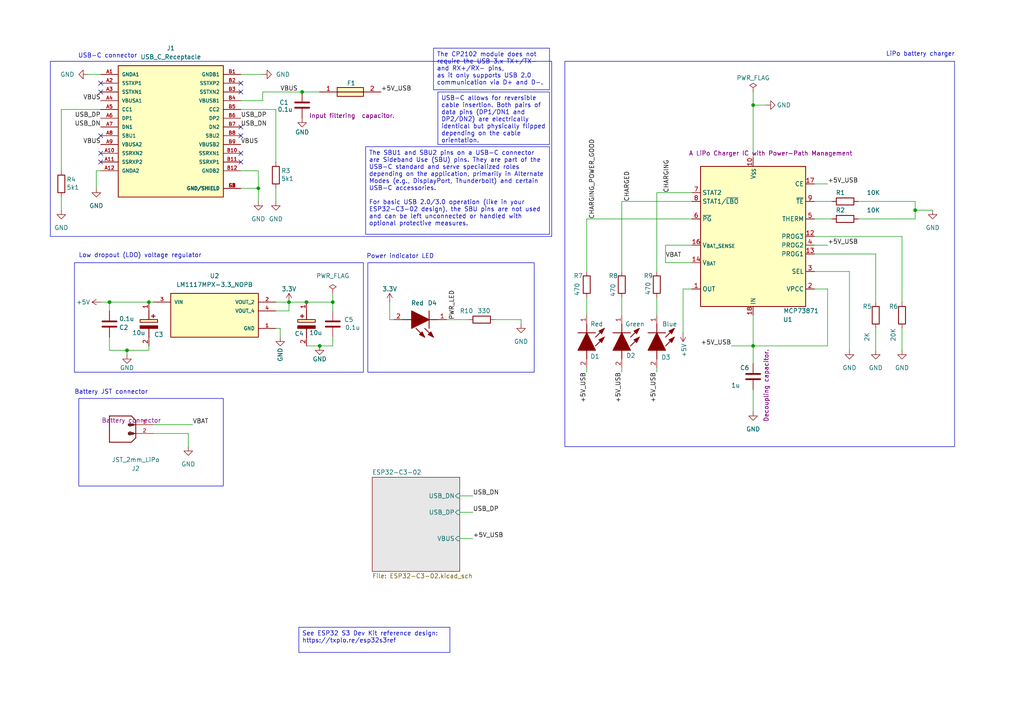
<source format=kicad_sch>
(kicad_sch (version 20231120) (generator "eeschema") (generator_version "8.0")
  (paper "A4")
  (title_block (title "ESP32 sensor board") (date "2024-11-22") (rev "1") (company "Tech Explorations") (comment 1 "Power and battery management"))
  (lib_symbols
    (symbol "B2B-PH-SM4-TB:B2B-PH-SM4-TB" (pin_names (offset 1.016))
      (property "Reference" "J" (at 0 6.35 0))
      (property "Value" "B2B-PH-SM4-TB" (at 0 -5.08 0))
      (symbol "B2B-PH-SM4-TB_0_0"
        (polyline (pts (xy 0 -1.27) (xy 1.27 -2.54)) (stroke (width 0.254)))
        (polyline (pts (xy 0 0) (xy 1.905 0)) (stroke (width 0.254)))
        (polyline (pts (xy 0 2.54) (xy 0 -1.27)) (stroke (width 0.254)))
        (polyline (pts (xy 0 2.54) (xy 1.905 2.54)) (stroke (width 0.254)))
        (polyline (pts (xy 0 3.81) (xy 0 2.54)) (stroke (width 0.254)))
        (polyline (pts (xy 0 3.81) (xy 1.27 5.08)) (stroke (width 0.254)))
        (polyline (pts (xy 1.27 -2.54) (xy 7.62 -2.54)) (stroke (width 0.254)))
        (polyline (pts (xy 7.62 -2.54) (xy 7.62 5.08)) (stroke (width 0.254)))
        (polyline (pts (xy 7.62 5.08) (xy 1.27 5.08)) (stroke (width 0.254)))
        (rectangle (start 0.635 -0.3175) (end 2.2225 0.3175) (stroke (width 0.1)) (fill (type outline)))
        (rectangle (start 0.635 2.2225) (end 2.2225 2.8575) (stroke (width 0.1)) (fill (type outline)))
        (pin passive line (at -5.08 2.54 0) (length 5.08) (name "1") (number "1"))
        (pin passive line (at -5.08 0 0) (length 5.08) (name "2") (number "2"))
      )
    )
    (symbol "Battery_Management:MCP73871"
      (property "Reference" "U" (at -7.62 24.13 0))
      (property "Value" "MCP73871" (at -15.24 21.59 0))
      (symbol "MCP73871_0_1"
        (rectangle (start -15.24 20.32) (end 15.24 -20.32) (stroke (width 0.254)) (fill (type background)))
      )
      (symbol "MCP73871_1_1"
        (pin power_out line (at 17.78 15.24 180) (length 2.54) (name "OUT") (number "1"))
        (pin power_in line (at 0 -22.86 90) (length 2.54) (name "V_{SS}") (number "10"))
        (pin passive line (at 0 -22.86 90) (length 2.54) hide (name "V_{SS}") (number "11"))
        (pin bidirectional line (at -17.78 0 0) (length 2.54) (name "PROG3") (number "12"))
        (pin bidirectional line (at -17.78 5.08 0) (length 2.54) (name "PROG1") (number "13"))
        (pin power_out line (at 17.78 7.62 180) (length 2.54) (name "V_{BAT}") (number "14"))
        (pin passive line (at 17.78 7.62 180) (length 2.54) hide (name "V_{BAT}") (number "15"))
        (pin input line (at 17.78 2.54 180) (length 2.54) (name "V_{BAT_SENSE}") (number "16"))
        (pin input line (at -17.78 -15.24 0) (length 2.54) (name "CE") (number "17"))
        (pin power_in line (at 0 22.86 270) (length 2.54) (name "IN") (number "18"))
        (pin passive line (at 0 22.86 270) (length 2.54) hide (name "IN") (number "19"))
        (pin input line (at -17.78 15.24 0) (length 2.54) (name "VPCC") (number "2"))
        (pin passive line (at 17.78 15.24 180) (length 2.54) hide (name "OUT") (number "20"))
        (pin passive line (at 0 -22.86 90) (length 2.54) hide (name "V_{SS}") (number "21"))
        (pin input line (at -17.78 10.16 0) (length 2.54) (name "SEL") (number "3"))
        (pin input line (at -17.78 2.54 0) (length 2.54) (name "PROG2") (number "4"))
        (pin bidirectional line (at -17.78 -5.08 0) (length 2.54) (name "THERM") (number "5"))
        (pin open_collector line (at 17.78 -5.08 180) (length 2.54) (name "~{PG}") (number "6"))
        (pin open_collector line (at 17.78 -12.7 180) (length 2.54) (name "STAT2") (number "7"))
        (pin open_collector line (at 17.78 -10.16 180) (length 2.54) (name "STAT1/~{LBO}") (number "8"))
        (pin input line (at -17.78 -10.16 0) (length 2.54) (name "~{TE}") (number "9"))
      )
    )
    (symbol "Device:R" (pin_numbers hide) (pin_names (offset 0))
      (property "Reference" "R" (at 2.032 0 90))
      (property "Value" "R" (at 0 0 90))
      (symbol "R_0_1"
        (rectangle (start -1.016 -2.54) (end 1.016 2.54) (stroke (width 0.254)))
      )
      (symbol "R_1_1"
        (pin passive line (at 0 3.81 270) (length 1.27) (name "~") (number "1"))
        (pin passive line (at 0 -3.81 90) (length 1.27) (name "~") (number "2"))
      )
    )
    (symbol "LM1117MPX-3.3_NOPB:LM1117MPX-3.3_NOPB" (pin_names (offset 1.016))
      (property "Reference" "VR" (at -12.7 6.08 0))
      (property "Value" "LM1117MPX-3.3_NOPB" (at -12.7 -9.08 0))
      (symbol "LM1117MPX-3.3_NOPB_0_0"
        (rectangle (start -12.7 -7.62) (end 12.7 5.08) (stroke (width 0.254)) (fill (type background)))
        (pin power_in line (at 17.78 -5.08 180) (length 5.08) (name "GND") (number "1"))
        (pin output line (at 17.78 2.54 180) (length 5.08) (name "VOUT_2") (number "2"))
        (pin input line (at -17.78 2.54 0) (length 5.08) (name "VIN") (number "3"))
        (pin output line (at 17.78 0 180) (length 5.08) (name "VOUT_4") (number "4"))
      )
    )
    (symbol "LTST-C170GKT:LTST-C170GKT" (pin_names hide)
      (property "Reference" "LED" (at 12.7 8.89 0))
      (property "Value" "LTST-C170GKT" (at 12.7 6.35 0))
      (symbol "LTST-C170GKT_1_1"
        (polyline (pts (xy 2.54 0) (xy 5.08 0)) (stroke (width 0.254)))
        (polyline (pts (xy 5.08 2.54) (xy 5.08 -2.54)) (stroke (width 0.254)))
        (polyline (pts (xy 6.35 2.54) (xy 3.81 5.08)) (stroke (width 0.254)))
        (polyline (pts (xy 8.89 2.54) (xy 6.35 5.08)) (stroke (width 0.254)))
        (polyline (pts (xy 10.16 0) (xy 12.7 0)) (stroke (width 0.254)))
        (polyline (pts (xy 5.08 0) (xy 10.16 2.54) (xy 10.16 -2.54) (xy 5.08 0)) (stroke (width 0.254)) (fill (type outline)))
        (polyline (pts (xy 5.334 4.318) (xy 4.572 3.556) (xy 3.81 5.08) (xy 5.334 4.318)) (stroke (width 0.254)) (fill (type outline)))
        (polyline (pts (xy 7.874 4.318) (xy 7.112 3.556) (xy 6.35 5.08) (xy 7.874 4.318)) (stroke (width 0.254)) (fill (type outline)))
        (pin passive line (at 0 0 0) (length 2.54) (name "K") (number "1"))
        (pin passive line (at 15.24 0 180) (length 2.54) (name "A") (number "2"))
      )
    )
    (symbol "LTST-C170KRKT:LTST-C170KRKT" (pin_names hide)
      (property "Reference" "LED" (at 12.7 8.89 0))
      (property "Value" "LTST-C170KRKT" (at 12.7 6.35 0))
      (symbol "LTST-C170KRKT_1_1"
        (polyline (pts (xy 2.54 0) (xy 5.08 0)) (stroke (width 0.254)))
        (polyline (pts (xy 5.08 2.54) (xy 5.08 -2.54)) (stroke (width 0.254)))
        (polyline (pts (xy 6.35 2.54) (xy 3.81 5.08)) (stroke (width 0.254)))
        (polyline (pts (xy 8.89 2.54) (xy 6.35 5.08)) (stroke (width 0.254)))
        (polyline (pts (xy 10.16 0) (xy 12.7 0)) (stroke (width 0.254)))
        (polyline (pts (xy 5.08 0) (xy 10.16 2.54) (xy 10.16 -2.54) (xy 5.08 0)) (stroke (width 0.254)) (fill (type outline)))
        (polyline (pts (xy 5.334 4.318) (xy 4.572 3.556) (xy 3.81 5.08) (xy 5.334 4.318)) (stroke (width 0.254)) (fill (type outline)))
        (polyline (pts (xy 7.874 4.318) (xy 7.112 3.556) (xy 6.35 5.08) (xy 7.874 4.318)) (stroke (width 0.254)) (fill (type outline)))
        (pin passive line (at 0 0 0) (length 2.54) (name "K") (number "1"))
        (pin passive line (at 15.24 0 180) (length 2.54) (name "A") (number "2"))
      )
    )
    (symbol "LTST-C170TBKT:LTST-C170TBKT" (pin_names hide)
      (property "Reference" "LED" (at 12.7 8.89 0))
      (property "Value" "LTST-C170TBKT" (at 12.7 6.35 0))
      (symbol "LTST-C170TBKT_1_1"
        (polyline (pts (xy 2.54 0) (xy 5.08 0)) (stroke (width 0.254)))
        (polyline (pts (xy 5.08 2.54) (xy 5.08 -2.54)) (stroke (width 0.254)))
        (polyline (pts (xy 6.35 2.54) (xy 3.81 5.08)) (stroke (width 0.254)))
        (polyline (pts (xy 8.89 2.54) (xy 6.35 5.08)) (stroke (width 0.254)))
        (polyline (pts (xy 10.16 0) (xy 12.7 0)) (stroke (width 0.254)))
        (polyline (pts (xy 5.08 0) (xy 10.16 2.54) (xy 10.16 -2.54) (xy 5.08 0)) (stroke (width 0.254)) (fill (type outline)))
        (polyline (pts (xy 5.334 4.318) (xy 4.572 3.556) (xy 3.81 5.08) (xy 5.334 4.318)) (stroke (width 0.254)) (fill (type outline)))
        (polyline (pts (xy 7.874 4.318) (xy 7.112 3.556) (xy 6.35 5.08) (xy 7.874 4.318)) (stroke (width 0.254)) (fill (type outline)))
        (pin passive line (at 0 0 0) (length 2.54) (name "K") (number "1"))
        (pin passive line (at 15.24 0 180) (length 2.54) (name "A") (number "2"))
      )
    )
    (symbol "SS-52400-002:SS-52400-002" (pin_names (offset 1.016))
      (property "Reference" "J" (at -15.24 19.05 0))
      (property "Value" "SS-52400-002" (at -15.24 -22.86 0))
      (symbol "SS-52400-002_0_0"
        (rectangle (start -15.24 -20.32) (end 15.24 17.78) (stroke (width 0.254)) (fill (type background)))
        (pin power_in line (at -20.32 15.24 0) (length 5.08) (name "GNDA1") (number "A1"))
        (pin bidirectional line (at -20.32 -7.62 0) (length 5.08) (name "SSRXN2") (number "A10"))
        (pin bidirectional line (at -20.32 -10.16 0) (length 5.08) (name "SSRXP2") (number "A11"))
        (pin power_in line (at -20.32 -12.7 0) (length 5.08) (name "GNDA2") (number "A12"))
        (pin bidirectional line (at -20.32 12.7 0) (length 5.08) (name "SSTXP1") (number "A2"))
        (pin bidirectional line (at -20.32 10.16 0) (length 5.08) (name "SSTXN1") (number "A3"))
        (pin power_in line (at -20.32 7.62 0) (length 5.08) (name "VBUSA1") (number "A4"))
        (pin bidirectional line (at -20.32 5.08 0) (length 5.08) (name "CC1") (number "A5"))
        (pin bidirectional line (at -20.32 2.54 0) (length 5.08) (name "DP1") (number "A6"))
        (pin bidirectional line (at -20.32 0 0) (length 5.08) (name "DN1") (number "A7"))
        (pin bidirectional line (at -20.32 -2.54 0) (length 5.08) (name "SBU1") (number "A8"))
        (pin power_in line (at -20.32 -5.08 0) (length 5.08) (name "VBUSA2") (number "A9"))
        (pin power_in line (at 20.32 15.24 180) (length 5.08) (name "GNDB1") (number "B1"))
        (pin bidirectional line (at 20.32 -7.62 180) (length 5.08) (name "SSRXN1") (number "B10"))
        (pin bidirectional line (at 20.32 -10.16 180) (length 5.08) (name "SSRXP1") (number "B11"))
        (pin power_in line (at 20.32 -12.7 180) (length 5.08) (name "GNDB2") (number "B12"))
        (pin bidirectional line (at 20.32 12.7 180) (length 5.08) (name "SSTXP2") (number "B2"))
        (pin bidirectional line (at 20.32 10.16 180) (length 5.08) (name "SSTXN2") (number "B3"))
        (pin power_in line (at 20.32 7.62 180) (length 5.08) (name "VBUSB1") (number "B4"))
        (pin bidirectional line (at 20.32 5.08 180) (length 5.08) (name "CC2") (number "B5"))
        (pin bidirectional line (at 20.32 2.54 180) (length 5.08) (name "DP2") (number "B6"))
        (pin bidirectional line (at 20.32 0 180) (length 5.08) (name "DN2") (number "B7"))
        (pin bidirectional line (at 20.32 -2.54 180) (length 5.08) (name "SBU2") (number "B8"))
        (pin power_in line (at 20.32 -5.08 180) (length 5.08) (name "VBUSB2") (number "B9"))
        (pin power_in line (at 20.32 -17.78 180) (length 5.08) (name "GND/SHIELD") (number "G1"))
        (pin power_in line (at 20.32 -17.78 180) (length 5.08) (name "GND/SHIELD") (number "G2"))
        (pin power_in line (at 20.32 -17.78 180) (length 5.08) (name "GND/SHIELD") (number "G3"))
        (pin power_in line (at 20.32 -17.78 180) (length 5.08) (name "GND/SHIELD") (number "G4"))
        (pin power_in line (at 20.32 -17.78 180) (length 5.08) (name "GND/SHIELD") (number "S1"))
        (pin power_in line (at 20.32 -17.78 180) (length 5.08) (name "GND/SHIELD") (number "S2"))
        (pin power_in line (at 20.32 -17.78 180) (length 5.08) (name "GND/SHIELD") (number "S3"))
        (pin power_in line (at 20.32 -17.78 180) (length 5.08) (name "GND/SHIELD") (number "S4"))
      )
    )
    (symbol "SamacSys_Parts:0ZCH0110AF2E" (pin_names hide)
      (property "Reference" "F" (at 13.97 6.35 0))
      (property "Value" "0ZCH0110AF2E" (at 13.97 3.81 0))
      (symbol "0ZCH0110AF2E_1_1"
        (polyline (pts (xy 5.08 0) (xy 12.7 0)) (stroke (width 0.254)))
        (rectangle (start 5.08 1.27) (end 12.7 -1.27) (stroke (width 0.254)) (fill (type background)))
        (pin passive line (at 0 0 0) (length 5.08) (name "1") (number "1"))
        (pin passive line (at 17.78 0 180) (length 5.08) (name "2") (number "2"))
      )
    )
    (symbol "SparkFun-Capacitor:C" (pin_numbers hide) (pin_names (offset 0.254))
      (property "Reference" "C" (at 0.635 2.54 0))
      (property "Value" "C" (at 0.635 -2.54 0))
      (property "Voltage" "1kV" (at 0 -6.35 0))
      (property "Tolerance" "100%" (at 0 -8.89 0))
      (symbol "C_0_1"
        (polyline (pts (xy -2.032 -0.762) (xy 2.032 -0.762)) (stroke (width 0.508)))
        (polyline (pts (xy -2.032 0.762) (xy 2.032 0.762)) (stroke (width 0.508)))
      )
      (symbol "C_1_1"
        (pin passive line (at 0 3.81 270) (length 2.794) (name "~") (number "1"))
        (pin passive line (at 0 -3.81 90) (length 2.794) (name "~") (number "2"))
      )
    )
    (symbol "SparkFun-PowerSymbol:3.3V" (power) (pin_names (offset 0))
      (property "Value" "3.3V" (at 0 3.81 0))
      (symbol "3.3V_0_1"
        (polyline (pts (xy -0.762 1.27) (xy 0 2.54)))
        (polyline (pts (xy 0 0) (xy 0 2.54)))
        (polyline (pts (xy 0 2.54) (xy 0.762 1.27)))
      )
      (symbol "3.3V_1_1"
        (pin power_in line (at 0 0 90) (length 0) hide (name "3.3V") (number "1"))
      )
    )
    (symbol "T491A106K010AT7280:T491A106K010AT7280" (pin_names hide)
      (property "Reference" "C" (at 8.89 6.35 0))
      (property "Value" "T491A106K010AT7280" (at 8.89 3.81 0))
      (symbol "T491A106K010AT7280_1_1"
        (polyline (pts (xy 2.54 0) (xy 5.08 0)) (stroke (width 0.254)))
        (polyline (pts (xy 4.064 1.778) (xy 4.064 0.762)) (stroke (width 0.254)))
        (polyline (pts (xy 4.572 1.27) (xy 3.556 1.27)) (stroke (width 0.254)))
        (polyline (pts (xy 7.62 0) (xy 10.16 0)) (stroke (width 0.254)))
        (polyline (pts (xy 7.62 2.54) (xy 7.62 -2.54) (xy 6.858 -2.54) (xy 6.858 2.54) (xy 7.62 2.54)) (stroke (width 0.254)) (fill (type outline)))
        (rectangle (start 5.08 2.54) (end 5.842 -2.54) (stroke (width 0.254)) (fill (type background)))
        (pin passive line (at 0 0 0) (length 2.54) (name "+") (number "1"))
        (pin passive line (at 12.7 0 180) (length 2.54) (name "-") (number "2"))
      )
    )
    (symbol "power:+5V" (power) (pin_numbers hide) (pin_names (offset 0) hide)
      (property "Value" "+5V" (at 0 3.556 0))
      (symbol "+5V_0_1"
        (polyline (pts (xy -0.762 1.27) (xy 0 2.54)))
        (polyline (pts (xy 0 0) (xy 0 2.54)))
        (polyline (pts (xy 0 2.54) (xy 0.762 1.27)))
      )
      (symbol "+5V_1_1"
        (pin power_in line (at 0 0 90) (length 0) (name "~") (number "1"))
      )
    )
    (symbol "power:GND" (power) (pin_names (offset 0))
      (property "Value" "GND" (at 0 -3.81 0))
      (symbol "GND_0_1"
        (polyline (pts (xy 0 0) (xy 0 -1.27) (xy 1.27 -1.27) (xy 0 -2.54) (xy -1.27 -1.27) (xy 0 -1.27)))
      )
      (symbol "GND_1_1"
        (pin power_in line (at 0 0 270) (length 0) hide (name "GND") (number "1"))
      )
    )
    (symbol "power:PWR_FLAG" (power) (pin_numbers hide) (pin_names (offset 0) hide)
      (property "Value" "PWR_FLAG" (at 0 3.81 0))
      (symbol "PWR_FLAG_0_0"
        (pin power_out line (at 0 0 90) (length 0) (name "pwr") (number "1"))
      )
      (symbol "PWR_FLAG_0_1"
        (polyline (pts (xy 0 0) (xy 0 1.27) (xy -1.016 1.905) (xy 0 2.54) (xy 1.016 1.905) (xy 0 1.27)))
      )
    )
  )
  (junction (at 92.71 100.33))
  (junction (at 36.83 101.6))
  (junction (at 218.44 100.33))
  (junction (at 265.43 60.96))
  (junction (at 87.63 26.67))
  (junction (at 88.9 87.63))
  (junction (at 218.44 30.48))
  (junction (at 43.18 87.63))
  (junction (at 96.52 87.63))
  (junction (at 31.75 87.63))
  (junction (at 83.82 87.63))
  (junction (at 74.93 54.61))
  (no_connect (at 29.21 39.37))
  (no_connect (at 29.21 24.13))
  (no_connect (at 69.85 26.67))
  (no_connect (at 69.85 44.45))
  (no_connect (at 69.85 46.99))
  (no_connect (at 69.85 39.37))
  (no_connect (at 29.21 46.99))
  (no_connect (at 69.85 36.83))
  (no_connect (at 29.21 44.45))
  (no_connect (at 69.85 24.13))
  (no_connect (at 29.21 26.67))
  (wire (pts (xy 133.35 143.8275) (xy 137.16 143.8275)))
  (wire (pts (xy 27.94 49.53) (xy 27.94 54.61)))
  (wire (pts (xy 74.93 54.61) (xy 74.93 58.42)))
  (wire (pts (xy 69.85 49.53) (xy 74.93 49.53)))
  (wire (pts (xy 76.2 26.67) (xy 76.2 29.21)))
  (wire (pts (xy 236.22 73.66) (xy 254 73.66)))
  (wire (pts (xy 129.54 92.71) (xy 135.89 92.71)))
  (wire (pts (xy 218.44 100.33) (xy 218.44 105.41)))
  (wire (pts (xy 69.85 21.59) (xy 76.2 21.59)))
  (wire (pts (xy 133.35 148.59) (xy 137.16 148.59)))
  (wire (pts (xy 43.18 100.33) (xy 43.18 101.6)))
  (wire (pts (xy 222.25 30.48) (xy 218.44 30.48)))
  (wire (pts (xy 31.75 101.6) (xy 31.75 97.79)))
  (wire (pts (xy 151.13 92.71) (xy 151.13 93.98)))
  (wire (pts (xy 261.62 87.63) (xy 261.62 68.58)))
  (wire (pts (xy 76.2 29.21) (xy 69.85 29.21)))
  (wire (pts (xy 240.03 71.12) (xy 236.22 71.12)))
  (wire (pts (xy 80.01 31.75) (xy 80.01 46.99)))
  (wire (pts (xy 36.83 101.6) (xy 43.18 101.6)))
  (wire (pts (xy 218.44 113.03) (xy 218.44 119.38)))
  (wire (pts (xy 25.4 21.59) (xy 29.21 21.59)))
  (wire (pts (xy 113.03 92.71) (xy 113.03 87.63)))
  (wire (pts (xy 218.44 91.44) (xy 218.44 100.33)))
  (wire (pts (xy 29.21 31.75) (xy 17.78 31.75)))
  (wire (pts (xy 113.03 92.71) (xy 114.3 92.71)))
  (wire (pts (xy 170.18 63.5) (xy 200.66 63.5)))
  (wire (pts (xy 261.62 95.25) (xy 261.62 101.6)))
  (wire (pts (xy 218.44 26.67) (xy 218.44 30.48)))
  (wire (pts (xy 29.21 49.53) (xy 27.94 49.53)))
  (wire (pts (xy 69.85 31.75) (xy 80.01 31.75)))
  (wire (pts (xy 17.78 57.15) (xy 17.78 60.96)))
  (wire (pts (xy 246.38 78.74) (xy 246.38 101.6)))
  (wire (pts (xy 190.5 86.36) (xy 190.5 91.44)))
  (wire (pts (xy 31.75 90.17) (xy 31.75 87.63)))
  (wire (pts (xy 193.04 71.12) (xy 193.04 76.2)))
  (wire (pts (xy 198.12 83.82) (xy 198.12 96.52)))
  (wire (pts (xy 69.85 54.61) (xy 74.93 54.61)))
  (wire (pts (xy 180.34 58.42) (xy 200.66 58.42)))
  (wire (pts (xy 17.78 31.75) (xy 17.78 49.53)))
  (wire (pts (xy 43.18 87.63) (xy 44.45 87.63)))
  (wire (pts (xy 31.75 101.6) (xy 36.83 101.6)))
  (wire (pts (xy 240.03 83.82) (xy 240.03 100.33)))
  (wire (pts (xy 87.63 26.67) (xy 92.71 26.67)))
  (wire (pts (xy 236.22 83.82) (xy 240.03 83.82)))
  (wire (pts (xy 270.51 60.96) (xy 265.43 60.96)))
  (wire (pts (xy 236.22 63.5) (xy 241.3 63.5)))
  (wire (pts (xy 92.71 100.33) (xy 96.52 100.33)))
  (wire (pts (xy 80.01 54.61) (xy 80.01 58.42)))
  (wire (pts (xy 133.35 156.21) (xy 137.16 156.21)))
  (wire (pts (xy 83.82 87.63) (xy 88.9 87.63)))
  (wire (pts (xy 88.9 87.63) (xy 96.52 87.63)))
  (wire (pts (xy 80.01 90.17) (xy 83.82 90.17)))
  (wire (pts (xy 143.51 92.71) (xy 151.13 92.71)))
  (wire (pts (xy 44.45 125.73) (xy 54.61 125.73)))
  (wire (pts (xy 180.34 58.42) (xy 180.34 78.74)))
  (wire (pts (xy 96.52 100.33) (xy 96.52 97.79)))
  (wire (pts (xy 254 73.66) (xy 254 87.63)))
  (wire (pts (xy 88.9 100.33) (xy 92.71 100.33)))
  (wire (pts (xy 44.45 123.19) (xy 55.88 123.19)))
  (wire (pts (xy 240.03 53.34) (xy 236.22 53.34)))
  (wire (pts (xy 265.43 60.96) (xy 265.43 63.5)))
  (wire (pts (xy 236.22 58.42) (xy 241.3 58.42)))
  (wire (pts (xy 193.04 71.12) (xy 200.66 71.12)))
  (wire (pts (xy 180.34 86.36) (xy 180.34 91.44)))
  (wire (pts (xy 248.92 63.5) (xy 265.43 63.5)))
  (wire (pts (xy 81.28 95.25) (xy 81.28 97.79)))
  (wire (pts (xy 254 95.25) (xy 254 101.6)))
  (wire (pts (xy 218.44 30.48) (xy 218.44 45.72)))
  (wire (pts (xy 265.43 58.42) (xy 265.43 60.96)))
  (wire (pts (xy 261.62 68.58) (xy 236.22 68.58)))
  (wire (pts (xy 200.66 76.2) (xy 193.04 76.2)))
  (wire (pts (xy 218.44 100.33) (xy 240.03 100.33)))
  (wire (pts (xy 190.5 106.68) (xy 190.5 107.95)))
  (wire (pts (xy 83.82 90.17) (xy 83.82 87.63)))
  (wire (pts (xy 212.09 100.33) (xy 218.44 100.33)))
  (wire (pts (xy 80.01 95.25) (xy 81.28 95.25)))
  (wire (pts (xy 96.52 85.09) (xy 96.52 87.63)))
  (wire (pts (xy 170.18 106.68) (xy 170.18 107.95)))
  (wire (pts (xy 200.66 55.88) (xy 190.5 55.88)))
  (wire (pts (xy 200.66 83.82) (xy 198.12 83.82)))
  (wire (pts (xy 76.2 26.67) (xy 87.63 26.67)))
  (wire (pts (xy 36.83 102.87) (xy 36.83 101.6)))
  (wire (pts (xy 80.01 87.63) (xy 83.82 87.63)))
  (wire (pts (xy 170.18 86.36) (xy 170.18 91.44)))
  (wire (pts (xy 170.18 78.74) (xy 170.18 63.5)))
  (wire (pts (xy 31.75 87.63) (xy 43.18 87.63)))
  (wire (pts (xy 236.22 78.74) (xy 246.38 78.74)))
  (wire (pts (xy 180.34 106.68) (xy 180.34 107.95)))
  (wire (pts (xy 190.5 55.88) (xy 190.5 78.74)))
  (wire (pts (xy 54.61 125.73) (xy 54.61 129.54)))
  (wire (pts (xy 96.52 90.17) (xy 96.52 87.63)))
  (wire (pts (xy 74.93 49.53) (xy 74.93 54.61)))
  (wire (pts (xy 248.92 58.42) (xy 265.43 58.42)))
  (wire (pts (xy 29.21 87.63) (xy 31.75 87.63)))
  (rectangle (start 22.86 115.57) (end 64.77 140.97))
  (rectangle (start 163.83 17.78) (end 276.86 129.54))
  (rectangle (start 21.59 76.2) (end 105.41 107.95))
  (rectangle (start 14.605 17.78) (end 160.02 68.58))
  (rectangle (start 106.68 76.2) (end 154.94 107.95))
  (text_box "The CP2102 module does not require the USB 3.x TX+/TX- and RX+/RX- pins, \nas it only supports USB 2.0 communication via D+ and D-." (at 125.73 13.97 0) (size 33.655 12.065) (effects (font (size 1.27 1.27)) (justify left top)))
  (text_box "See ESP32 S3 Dev Kit reference design:\nhttps://txplo.re/esp32s3ref" (at 86.6775 181.9275 0) (size 43.815 7.3025) (effects (font (size 1.27 1.27)) (justify left top)))
  (text_box "The SBU1 and SBU2 pins on a USB-C connector are Sideband Use (SBU) pins. They are part of the USB-C standard and serve specialized roles depending on the application, primarily in Alternate Modes (e.g., DisplayPort, Thunderbolt) and certain USB-C accessories.\n\nFor basic USB 2.0/3.0 operation (like in your ESP32-C3-02 design), the SBU pins are not used and can be left unconnected or handled with optional protective measures." (exclude_from_sim yes) (at 106.045 42.545 0) (size 53.34 25.4) (effects (font (size 1.27 1.27)) (justify left top)))
  (text_box "USB-C allows for reversible cable insertion. Both pairs of data pins (DP1/DN1 and DP2/DN2) are electrically identical but physically flipped depending on the cable orientation." (at 127 26.67 0) (size 32.385 15.24) (effects (font (size 1.27 1.27)) (justify left top)))
  (text "USB-C connector" (at 31.242 16.256 0) (effects (font (size 1.27 1.27))))
  (text "LiPo battery charger" (at 266.954 15.748 0) (effects (font (size 1.27 1.27))))
  (text "Power indicator LED" (at 116.078 74.422 0) (effects (font (size 1.27 1.27))))
  (text "Low dropout (LDO) voltage regulator" (at 40.64 74.168 0) (effects (font (size 1.27 1.27))))
  (text "Battery JST connector" (at 32.258 113.792 0) (effects (font (size 1.27 1.27))))
  (label "VBUS" (at 29.21 41.91 180))
  (label "VBAT" (at 55.88 123.19 0))
  (label "CHARGING_POWER_GOOD" (at 172.72 63.5 90))
  (label "VBUS" (at 29.21 29.21 180))
  (label "+5V_USB" (at 180.34 107.95 270))
  (label "USB_DN" (at 29.21 36.83 180))
  (label "+5V_USB" (at 240.03 53.34 0))
  (label "USB_DP" (at 137.16 148.59 0))
  (label "PWR_LED" (at 132.08 92.71 90))
  (label "USB_DP" (at 29.21 34.29 180))
  (label "CHARGING" (at 194.31 55.88 90))
  (label "+5V_USB" (at 240.03 71.12 0))
  (label "CHARGED" (at 182.88 58.42 90))
  (label "+5V_USB" (at 212.09 100.33 180))
  (label "VBUS" (at 69.85 41.91 0))
  (label "VBUS" (at 81.28 26.67 0))
  (label "+5V_USB" (at 110.49 26.67 0))
  (label "+5V_USB" (at 137.16 156.21 0))
  (label "USB_DN" (at 137.16 143.8275 0))
  (label "+5V_USB" (at 170.18 107.95 270))
  (label "VBAT" (at 193.04 74.93 0))
  (label "USB_DN" (at 69.85 36.83 0))
  (label "+5V_USB" (at 190.5 107.95 270))
  (label "USB_DP" (at 69.85 34.29 0))
  (symbol (lib_id "T491A106K010AT7280:T491A106K010AT7280") (at 88.9 87.63 90) (mirror x) (unit 1)
    (property "Reference" "C4" (at 88.138 96.774 90) (effects (justify left)))
    (property "Value" "10u" (at 93.472 96.52 90) (effects (justify left)))
    (property "Footprint" "Footprints:T491A" (effects (hide yes)))
    (property "Datasheet" "https://content.kemet.com/datasheets/KEM_T2005_T491.pdf" (effects (hide yes)))
    (property "Description" "T491, Tantalum, MnO2 Tantalum, Commercial Grade, 10 uF, 10%, 10 VDC, 125C, -55C, 85C, SMD, MnO2, Molded, 6 % , 3.8 Ohms, 1000 nA, 58.6 mg, 3216, 1.6mm, Height Max = 1.8mm, 9000, 156  Weeks" (effects (hide yes)))
    (property "PROD_ID" "CAP-00000" (effects (hide yes)))
    (property "Voltage" "1kV" (effects (hide yes)))
    (property "Tolerance" "100%" (effects (hide yes)))
    (property "Purpose" "Output filtering  capacitor." (effects (hide yes)))
    (property "Manufacturer_Part_Number" "T491A106K010AT7280" (effects (hide yes)))
    (property "Height" "1.8" (effects (hide yes)))
    (property "Manufacturer_Name" "KEMET" (effects (hide yes)))
    (property "Mouser Part Number" "80-T491A106K107280" (effects (hide yes)))
    (property "Mouser Price/Stock" "https://www.mouser.co.uk/ProductDetail/KEMET/T491A106K010AT7280?qs=HIKTYMuL%252B9NxijI%252BZuzkYQ%3D%3D" (effects (hide yes)))
    (property "Arrow Part Number" "T491A106K010AT7280" (effects (hide yes)))
    (property "Arrow Price/Stock" "https://www.arrow.com/en/products/t491a106k010at7280/kemet-corporation?region=nac" (effects (hide yes)))
  )
  (symbol (lib_id "Device:R") (at 254 91.44 0) (unit 1)
    (property "Reference" "R5" (at 250.19 88.9 0) (effects (justify left)))
    (property "Value" "2K" (at 251.46 99.06 90) (effects (justify left)))
    (property "Footprint" "Resistor_SMD:R_0805_2012Metric" (effects (hide yes)))
    (property "Description" "Resistor" (effects (hide yes)))
    (property "Purpose" "Charge Current Regulator" (effects (hide yes)))
    (property "Instructions and notes" "A 2 kΩ resistor will result in a 500 mA charge current. **Calculation**: IREG=1000 VRPROG1I_{REG} = \\frac{1000\\ \\text{V}}{R_{PROG1}}" (effects (hide yes)))
    (property "PACKAGE" "0805 " (effects (hide yes)))
  )
  (symbol (lib_id "Device:R") (at 245.11 63.5 90) (unit 1)
    (property "Reference" "R2" (at 245.11 60.96 90) (effects (justify left)))
    (property "Value" "10K" (at 255.27 60.96 90) (effects (justify left)))
    (property "Footprint" "Resistor_SMD:R_0805_2012Metric" (effects (hide yes)))
    (property "Description" "Resistor" (effects (hide yes)))
    (property "Purpose" "Pull down resistor" (effects (hide yes)))
    (property "Instructions and notes" "I use a fixed resistor to disable temperature monitoring. If you want, replace this resistor with a 10 KOhm NTC thermistor." (effects (hide yes)))
    (property "PACKAGE" "0805" (effects (hide yes)))
  )
  (symbol (lib_id "Device:R") (at 170.18 82.55 0) (unit 1)
    (property "Reference" "R7" (at 166.37 80.01 0) (effects (justify left)))
    (property "Value" "470" (at 167.386 85.852 90) (effects (justify left)))
    (property "Footprint" "Resistor_SMD:R_0805_2012Metric" (effects (hide yes)))
    (property "Description" "Resistor" (effects (hide yes)))
    (property "Purpose" "Current limiting" (effects (hide yes)))
    (property "PACKAGE" "0805 " (effects (hide yes)))
  )
  (symbol (lib_id "LTST-C170KRKT:LTST-C170KRKT") (at 129.54 92.71 180) (unit 1)
    (property "Reference" "D4" (at 126.746 87.884 0) (effects (justify left)))
    (property "Value" "Red" (at 122.936 87.884 0) (effects (justify left)))
    (property "Footprint" "Footprints:LEDC2012X120N" (effects (hide yes)))
    (property "Datasheet" "https://componentsearchengine.com/Datasheets/1/LTST-C170KRKT.pdf" (effects (hide yes)))
    (property "Description" "Standard LEDs - SMD Red Clear 631nm" (effects (hide yes)))
    (property "PROD_ID" "DIO-17976" (effects (hide yes)))
    (property "Comments" "Download from https://componentsearchengine.com/part-view/LTST-C170KRKT/Lite-On" (effects (hide yes)))
    (property "Height" "1.2" (effects (hide yes)))
    (property "Manufacturer_Name" "Lite-On" (effects (hide yes)))
    (property "Manufacturer_Part_Number" "LTST-C170KRKT" (effects (hide yes)))
    (property "Mouser Part Number" "859-LTST-C170KRKT" (effects (hide yes)))
    (property "Mouser Price/Stock" "https://www.mouser.co.uk/ProductDetail/Lite-On/LTST-C170KRKT?qs=NUb82WqeCyrVOID%2Fxt4rgA%3D%3D" (effects (hide yes)))
    (property "Arrow Part Number" "LTST-C170KRKT" (effects (hide yes)))
    (property "Arrow Price/Stock" "https://www.arrow.com/en/products/ltst-c170krkt/lite-on-technology?utm_currency=USD&region=nac" (effects (hide yes)))
  )
  (symbol (lib_id "SparkFun-PowerSymbol:3.3V") (at 113.03 87.63 0) (unit 1)
    (property "Reference" "#PWR016" (effects (hide yes)))
    (property "Value" "3.3V" (at 113.03 83.82 0))
    (property "Description" "Power symbol creates a global label with name \"3.3V\"" (effects (hide yes)))
  )
  (symbol (lib_id "power:GND") (at 254 101.6 0) (unit 1)
    (property "Reference" "#PWR012" (effects (hide yes)))
    (property "Value" "GND" (at 254 106.68 0))
    (property "Description" "Power symbol creates a global label with name \"GND\" , ground" (effects (hide yes)))
  )
  (symbol (lib_id "power:GND") (at 151.13 93.98 0) (unit 1)
    (property "Reference" "#PWR017" (effects (hide yes)))
    (property "Value" "GND" (at 151.13 99.06 0))
    (property "Description" "Power symbol creates a global label with name \"GND\" , ground" (effects (hide yes)))
  )
  (symbol (lib_id "power:+5V") (at 198.12 96.52 180) (unit 1)
    (property "Reference" "#PWR06" (effects (hide yes)))
    (property "Value" "+5V" (at 198.374 99.568 90) (effects (justify left)))
    (property "Description" "Power symbol creates a global label with name \"+5V\"" (effects (hide yes)))
  )
  (symbol (lib_id "power:GND") (at 222.25 30.48 90) (unit 1)
    (property "Reference" "#PWR01" (effects (hide yes)))
    (property "Value" "GND" (at 225.298 30.48 90) (effects (justify right)))
    (property "Description" "Power symbol creates a global label with name \"GND\" , ground" (effects (hide yes)))
  )
  (symbol (lib_id "Device:R") (at 80.01 50.8 0) (unit 1)
    (property "Reference" "R3" (at 81.534 49.53 0) (effects (justify left)))
    (property "Value" "5k1" (at 81.534 51.816 0) (effects (justify left)))
    (property "Footprint" "Resistor_SMD:R_0805_2012Metric" (effects (hide yes)))
    (property "Description" "Resistor" (effects (hide yes)))
    (property "Purpose" "Current limiting" (effects (hide yes)))
    (property "PACKAGE" "0805 " (effects (hide yes)))
  )
  (symbol (lib_id "power:GND") (at 92.71 100.33 0) (unit 1)
    (property "Reference" "#PWR010" (effects (hide yes)))
    (property "Value" "GND" (at 92.71 104.14 0))
    (property "Description" "Power symbol creates a global label with name \"GND\" , ground" (effects (hide yes)))
  )
  (symbol (lib_id "Device:R") (at 139.7 92.71 270) (unit 1)
    (property "Reference" "R10" (at 133.35 90.17 90) (effects (justify left)))
    (property "Value" "330" (at 138.43 90.17 90) (effects (justify left)))
    (property "Footprint" "Resistor_SMD:R_0805_2012Metric" (effects (hide yes)))
    (property "Description" "Resistor" (effects (hide yes)))
    (property "Purpose" "Current limiting" (effects (hide yes)))
    (property "PACKAGE" "0805 " (effects (hide yes)))
  )
  (symbol (lib_id "power:GND") (at 87.63 34.29 0) (unit 1)
    (property "Reference" "#PWR03" (effects (hide yes)))
    (property "Value" "GND" (at 87.63 38.354 0))
    (property "Description" "Power symbol creates a global label with name \"GND\" , ground" (effects (hide yes)))
  )
  (symbol (lib_id "power:GND") (at 27.94 54.61 0) (unit 1)
    (property "Reference" "#PWR043" (effects (hide yes)))
    (property "Value" "GND" (at 27.94 59.69 0))
    (property "Description" "Power symbol creates a global label with name \"GND\" , ground" (effects (hide yes)))
  )
  (symbol (lib_id "SparkFun-Capacitor:C") (at 31.75 93.98 0) (unit 1)
    (property "Reference" "C2" (at 34.544 94.996 0) (effects (justify left)))
    (property "Value" "0.1u" (at 34.544 92.456 0) (effects (justify left)))
    (property "Footprint" "Capacitor_SMD:C_0805_2012Metric" (effects (hide yes)))
    (property "Datasheet" "https://cdn.sparkfun.com/assets/8/a/4/a/5/Kemet_Capacitor_Datasheet.pdf" (effects (hide yes)))
    (property "PROD_ID" "CAP-00000" (effects (hide yes)))
    (property "Voltage" "1kV" (effects (hide yes)))
    (property "Tolerance" "100%" (effects (hide yes)))
    (property "Purpose" "Bypass  capacitor." (effects (hide yes)))
  )
  (symbol (lib_id "T491A106K010AT7280:T491A106K010AT7280") (at 43.18 87.63 270) (unit 1)
    (property "Reference" "C3" (at 44.704 97.028 90) (effects (justify left)))
    (property "Value" "10u" (at 38.354 96.52 90) (effects (justify left)))
    (property "Footprint" "Footprints:T491A" (effects (hide yes)))
    (property "Datasheet" "https://content.kemet.com/datasheets/KEM_T2005_T491.pdf" (effects (hide yes)))
    (property "Description" "T491, Tantalum, MnO2 Tantalum, Commercial Grade, 10 uF, 10%, 10 VDC, 125C, -55C, 85C, SMD, MnO2, Molded, 6 % , 3.8 Ohms, 1000 nA, 58.6 mg, 3216, 1.6mm, Height Max = 1.8mm, 9000, 156  Weeks" (effects (hide yes)))
    (property "PROD_ID" "CAP-00000" (effects (hide yes)))
    (property "Voltage" "1kV" (effects (hide yes)))
    (property "Tolerance" "100%" (effects (hide yes)))
    (property "Purpose" "Input filtering  capacitor." (effects (hide yes)))
    (property "Manufacturer_Part_Number" "T491A106K010AT7280" (effects (hide yes)))
    (property "Comments" "Download this part from https://componentsearchengine.com/part-view/T491A106K010AT7280/KEMET" (effects (hide yes)))
    (property "Height" "1.8" (effects (hide yes)))
    (property "Manufacturer_Name" "KEMET" (effects (hide yes)))
    (property "Mouser Part Number" "80-T491A106K107280" (effects (hide yes)))
    (property "Mouser Price/Stock" "https://www.mouser.co.uk/ProductDetail/KEMET/T491A106K010AT7280?qs=HIKTYMuL%252B9NxijI%252BZuzkYQ%3D%3D" (effects (hide yes)))
    (property "Arrow Part Number" "T491A106K010AT7280" (effects (hide yes)))
    (property "Arrow Price/Stock" "https://www.arrow.com/en/products/t491a106k010at7280/kemet-corporation?region=nac" (effects (hide yes)))
  )
  (symbol (lib_id "power:PWR_FLAG") (at 96.52 85.09 0) (unit 1)
    (property "Reference" "#FLG02" (effects (hide yes)))
    (property "Value" "PWR_FLAG" (at 96.52 80.01 0))
    (property "Description" "Special symbol for telling ERC where power comes from" (effects (hide yes)))
  )
  (symbol (lib_id "Device:R") (at 180.34 82.55 0) (unit 1)
    (property "Reference" "R8" (at 176.53 80.01 0) (effects (justify left)))
    (property "Value" "470" (at 177.8 86.106 90) (effects (justify left)))
    (property "Footprint" "Resistor_SMD:R_0805_2012Metric" (effects (hide yes)))
    (property "Description" "Resistor" (effects (hide yes)))
    (property "Purpose" "Current limiting" (effects (hide yes)))
    (property "PACKAGE" "0805 " (effects (hide yes)))
  )
  (symbol (lib_id "LTST-C170KRKT:LTST-C170KRKT") (at 170.18 91.44 270) (unit 1)
    (property "Reference" "D1" (at 171.196 103.378 90) (effects (justify left)))
    (property "Value" "Red" (at 171.196 93.98 90) (effects (justify left)))
    (property "Footprint" "Footprints:LEDC2012X120N" (effects (hide yes)))
    (property "Datasheet" "https://componentsearchengine.com/Datasheets/1/LTST-C170KRKT.pdf" (effects (hide yes)))
    (property "Description" "Standard LEDs - SMD Red Clear 631nm" (effects (hide yes)))
    (property "PROD_ID" "DIO-17976" (effects (hide yes)))
    (property "Height" "1.2" (effects (hide yes)))
    (property "Manufacturer_Name" "Lite-On" (effects (hide yes)))
    (property "Manufacturer_Part_Number" "LTST-C170KRKT" (effects (hide yes)))
    (property "Mouser Part Number" "859-LTST-C170KRKT" (effects (hide yes)))
    (property "Mouser Price/Stock" "https://www.mouser.co.uk/ProductDetail/Lite-On/LTST-C170KRKT?qs=NUb82WqeCyrVOID%2Fxt4rgA%3D%3D" (effects (hide yes)))
    (property "Arrow Part Number" "LTST-C170KRKT" (effects (hide yes)))
    (property "Arrow Price/Stock" "https://www.arrow.com/en/products/ltst-c170krkt/lite-on-technology?utm_currency=USD&region=nac" (effects (hide yes)))
  )
  (symbol (lib_id "power:GND") (at 36.83 102.87 0) (unit 1)
    (property "Reference" "#PWR061" (effects (hide yes)))
    (property "Value" "GND" (at 36.83 106.68 0))
    (property "Description" "Power symbol creates a global label with name \"GND\" , ground" (effects (hide yes)))
  )
  (symbol (lib_id "power:GND") (at 270.51 60.96 0) (unit 1)
    (property "Reference" "#PWR02" (effects (hide yes)))
    (property "Value" "GND" (at 270.51 66.04 0))
    (property "Description" "Power symbol creates a global label with name \"GND\" , ground" (effects (hide yes)))
  )
  (symbol (lib_id "power:GND") (at 76.2 21.59 90) (unit 1)
    (property "Reference" "#PWR047" (effects (hide yes)))
    (property "Value" "GND" (at 80.01 21.5899 90) (effects (justify right)))
    (property "Description" "Power symbol creates a global label with name \"GND\" , ground" (effects (hide yes)))
  )
  (symbol (lib_id "power:GND") (at 80.01 58.42 0) (unit 1)
    (property "Reference" "#PWR08" (effects (hide yes)))
    (property "Value" "GND" (at 80.01 63.5 0))
    (property "Description" "Power symbol creates a global label with name \"GND\" , ground" (effects (hide yes)))
  )
  (symbol (lib_id "Device:R") (at 261.62 91.44 0) (unit 1)
    (property "Reference" "R6" (at 257.81 88.9 0) (effects (justify left)))
    (property "Value" "20K" (at 259.08 99.06 90) (effects (justify left)))
    (property "Footprint" "Resistor_SMD:R_0805_2012Metric" (effects (hide yes)))
    (property "Description" "Resistor" (effects (hide yes)))
    (property "Purpose" "Termination Current Regulation" (effects (hide yes)))
    (property "Instructions and notes" "The MCP73871 detects when the current falls below a set threshold during the constant voltage (CV) phase and then terminates charging." (effects (hide yes)))
    (property "PACKAGE" "0805 " (effects (hide yes)))
  )
  (symbol (lib_id "power:GND") (at 17.78 60.96 0) (unit 1)
    (property "Reference" "#PWR09" (effects (hide yes)))
    (property "Value" "GND" (at 17.78 66.04 0))
    (property "Description" "Power symbol creates a global label with name \"GND\" , ground" (effects (hide yes)))
  )
  (symbol (lib_id "power:GND") (at 81.28 97.79 0) (unit 1)
    (property "Reference" "#PWR060" (effects (hide yes)))
    (property "Value" "GND" (at 81.28 100.838 90) (effects (justify right)))
    (property "Description" "Power symbol creates a global label with name \"GND\" , ground" (effects (hide yes)))
  )
  (symbol (lib_id "power:GND") (at 246.38 101.6 0) (unit 1)
    (property "Reference" "#PWR011" (effects (hide yes)))
    (property "Value" "GND" (at 246.38 106.68 0))
    (property "Description" "Power symbol creates a global label with name \"GND\" , ground" (effects (hide yes)))
  )
  (symbol (lib_id "power:+5V") (at 29.21 87.63 90) (unit 1)
    (property "Reference" "#PWR04" (effects (hide yes)))
    (property "Value" "+5V" (at 24.13 87.63 90))
    (property "Description" "Power symbol creates a global label with name \"+5V\"" (effects (hide yes)))
  )
  (symbol (lib_id "SS-52400-002:SS-52400-002") (at 49.53 36.83 0) (unit 1)
    (property "Reference" "J1" (at 49.53 13.97 0))
    (property "Value" "USB_C_Receptacle" (at 49.53 16.51 0))
    (property "Footprint" "Footprints:BELFUSE_SS-52400-002" (effects (hide yes)))
    (property "Datasheet" "https://www.usb.org/sites/default/files/documents/usb_type-c.zip" (effects (hide yes)))
    (property "Description" "USB 2.0-only Type-C Receptacle connector" (effects (hide yes)))
    (property "PROD_ID" "CONN-14122" (effects (hide yes)))
    (property "MF" "Bel Fuse" (effects (hide yes)))
    (property "MAXIMUM_PACKAGE_HEIGHT" "2.96 mm" (effects (hide yes)))
    (property "Package" "None" (effects (hide yes)))
    (property "Price" "None" (effects (hide yes)))
    (property "Check_prices" "https://www.snapeda.com/parts/SS-52400-002/Bel+Circuit+Protection/view-part/?ref=eda" (effects (hide yes)))
    (property "STANDARD" "Manufacturer Recommendations" (effects (hide yes)))
    (property "PARTREV" "A0" (effects (hide yes)))
    (property "SnapEDA_Link" "https://www.snapeda.com/parts/SS-52400-002/Bel+Circuit+Protection/view-part/?ref=snap" (effects (hide yes)))
    (property "MP" "SS-52400-002" (effects (hide yes)))
    (property "Description_1" "\n                        \n                            USB Type-C Connector | USB 3.1 | 1 Port | Right Angle Receptacle | Shielded | 0.039 in (1.00mm) PCB Thickness\n                        \n" (effects (hide yes)))
    (property "Availability" "In Stock" (effects (hide yes)))
    (property "MANUFACTURER" "BelFuse" (effects (hide yes)))
    (property "Comment" "1-2295018-2" (effects (hide yes)))
  )
  (symbol (lib_id "Device:R") (at 245.11 58.42 90) (unit 1)
    (property "Reference" "R1" (at 245.11 55.88 90) (effects (justify left)))
    (property "Value" "10K" (at 255.27 55.88 90) (effects (justify left)))
    (property "Footprint" "Resistor_SMD:R_0805_2012Metric" (effects (hide yes)))
    (property "Description" "Resistor" (effects (hide yes)))
    (property "Purpose" "Pull down resistor" (effects (hide yes)))
    (property "Instructions and notes" "The safety timer imposes a maximum duration for each charging phase (constant current and constant voltage). 6 hours maximum." (effects (hide yes)))
    (property "PACKAGE" "0805" (effects (hide yes)))
  )
  (symbol (lib_id "Battery_Management:MCP73871") (at 218.44 68.58 180) (unit 1)
    (property "Reference" "U1" (at 229.87 92.71 0) (effects (justify left)))
    (property "Value" "MCP73871" (at 237.49 90.17 0) (effects (justify left)))
    (property "Footprint" "Package_DFN_QFN:QFN-20-1EP_4x4mm_P0.5mm_EP2.5x2.5mm" (effects (hide yes)))
    (property "Datasheet" "https://www.snapeda.com/parts/MCP73871-2CCI/ML/Microchip/datasheet/" (effects (hide yes)))
    (property "Description" "Single cell, Li-Ion/Li-Po charge management controller" (effects (hide yes)))
    (property "Purpose" "A LiPo Charger IC with Power-Path Management" (at 223.52 44.45 0))
    (property "Instructions and notes" "Ensure the MCP73871 is configured to use its integrated features for system load sharing and power-path management." (effects (hide yes)))
    (property "MANUFACTURER" "Microchip" (effects (hide yes)))
    (property "Manufacturer_Part_Number" "MCP73871-4CCI/ML" (effects (hide yes)))
    (property "PACKAGE" "QFN-20" (effects (hide yes)))
  )
  (symbol (lib_id "SamacSys_Parts:0ZCH0110AF2E") (at 92.71 26.67 0) (unit 1)
    (property "Reference" "F1" (at 101.854 24.13 0))
    (property "Value" "0ZCH0110AF2E" (effects (hide yes)))
    (property "Footprint" "Footprints:FUSC3226X100N" (effects (hide yes)))
    (property "Datasheet" "https://www.belfuse.com/resources/datasheets/circuitprotection/ds-cp-0zch-series.pdf" (effects (hide yes)))
    (property "Description" "1210 SMT PPTC | 1.10 Ih | 16V" (effects (hide yes)))
    (property "Height" "1" (effects (hide yes)))
    (property "Manufacturer_Name" "Bel Circuit Protection" (effects (hide yes)))
    (property "Manufacturer_Part_Number" "0ZCH0110AF2E" (effects (hide yes)))
    (property "Comments" "Download this symbol from https://componentsearchengine.com/part-view/0ZCH0110AF2E/Bel%20Circuit%20Protection" (effects (hide yes)))
  )
  (symbol (lib_id "power:PWR_FLAG") (at 218.44 26.67 0) (unit 1)
    (property "Reference" "#FLG01" (effects (hide yes)))
    (property "Value" "PWR_FLAG" (at 213.614 22.606 0) (effects (justify left)))
    (property "Description" "Special symbol for telling ERC where power comes from" (effects (hide yes)))
  )
  (symbol (lib_id "LM1117MPX-3.3_NOPB:LM1117MPX-3.3_NOPB") (at 62.23 90.17 0) (unit 1)
    (property "Reference" "U2" (at 62.23 80.01 0))
    (property "Value" "LM1117MPX-3.3_NOPB" (at 62.23 82.55 0))
    (property "Footprint" "Footprints:VREG_LM1117MPX-3.3" (effects (hide yes)))
    (property "Datasheet" "http://www.ti.com/lit/ds/symlink/lm1117.pdf" (effects (hide yes)))
    (property "Description" "Space saving 800-mA low-dropout linear regulator with internal current limit" (effects (hide yes)))
    (property "Height" "1.8" (effects (hide yes)))
    (property "Mouser Part Number" "926-LM1117MPX3.3NOPB" (effects (hide yes)))
    (property "Mouser Price/Stock" "https://www.mouser.co.uk/ProductDetail/Texas-Instruments/LM1117MPX-3.3-NOPB?qs=X1J7HmVL2ZHRbBIxXi4utg%3D%3D" (effects (hide yes)))
    (property "Manufacturer_Name" "Texas Instruments" (effects (hide yes)))
    (property "Manufacturer_Part_Number" "LM1117MPX-3.3/NOPB" (effects (hide yes)))
    (property "MANUFACTURER" "Texas Instruments" (effects (hide yes)))
    (property "PACKAGE" "SOT-223-4" (effects (hide yes)))
    (property "MF" "Texas Instruments" (effects (hide yes)))
    (property "MAXIMUM_PACKAGE_HEIGHT" "1.80 mm" (effects (hide yes)))
    (property "Package" "SOT-223-4 Texas Instruments" (effects (hide yes)))
    (property "Price" "None" (effects (hide yes)))
    (property "Check_prices" "https://www.snapeda.com/parts/LM1117MPX-3.3/NOPB/Texas+Instruments/view-part/?ref=eda" (effects (hide yes)))
    (property "STANDARD" "Manufacturer Recommendation" (effects (hide yes)))
    (property "PARTREV" "O" (effects (hide yes)))
    (property "SnapEDA_Link" "https://www.snapeda.com/parts/LM1117MPX-3.3/NOPB/Texas+Instruments/view-part/?ref=snap" (effects (hide yes)))
    (property "MP" "LM1117MPX-3.3/NOPB" (effects (hide yes)))
    (property "Description_1" "\n                        \n                            800-mA 15-V linear voltage regulator\n                        \n" (effects (hide yes)))
    (property "Availability" "In Stock" (effects (hide yes)))
  )
  (symbol (lib_id "SparkFun-Capacitor:C") (at 96.52 93.98 0) (unit 1)
    (property "Reference" "C5" (at 99.822 92.71 0) (effects (justify left)))
    (property "Value" "0.1u" (at 100.076 94.996 0) (effects (justify left)))
    (property "Footprint" "Capacitor_SMD:C_0805_2012Metric" (effects (hide yes)))
    (property "Datasheet" "https://cdn.sparkfun.com/assets/8/a/4/a/5/Kemet_Capacitor_Datasheet.pdf" (effects (hide yes)))
    (property "PROD_ID" "CAP-00000" (effects (hide yes)))
    (property "Voltage" "1kV" (effects (hide yes)))
    (property "Tolerance" "100%" (effects (hide yes)))
    (property "Purpose" "Bypass  capacitor." (effects (hide yes)))
  )
  (symbol (lib_id "SparkFun-PowerSymbol:3.3V") (at 83.82 87.63 0) (unit 1)
    (property "Reference" "#PWR05" (effects (hide yes)))
    (property "Value" "3.3V" (at 83.82 83.82 0))
    (property "Description" "Power symbol creates a global label with name \"3.3V\"" (effects (hide yes)))
  )
  (symbol (lib_id "LTST-C170GKT:LTST-C170GKT") (at 180.34 91.44 270) (unit 1)
    (property "Reference" "D2" (at 181.61 103.124 90) (effects (justify left)))
    (property "Value" "Green" (at 181.356 93.98 90) (effects (justify left)))
    (property "Footprint" "Footprints:LEDC2012X120N" (effects (hide yes)))
    (property "Datasheet" "https://mm.digikey.com/Volume0/opasdata/d220001/medias/docus/895/LTST-C170GKT.pdf" (effects (hide yes)))
    (property "Description" "LED,SMD,0805,Green,6mcd,130deg Lite-On LTST-C170GKT, CHIPLED 0805 Series Green LED, 569 nm 2012 (0805), Rectangle Lens SMD package" (effects (hide yes)))
    (property "PROD_ID" "DIO-00821" (effects (hide yes)))
    (property "Comments" "Download part from https://componentsearchengine.com/part-view/LTST-C170GKT/Lite-On" (effects (hide yes)))
    (property "Height" "1.2" (effects (hide yes)))
    (property "Manufacturer_Name" "Lite-On" (effects (hide yes)))
    (property "Manufacturer_Part_Number" "LTST-C170GKT" (effects (hide yes)))
    (property "Mouser Part Number" "859-LTST-C170GKT" (effects (hide yes)))
    (property "Mouser Price/Stock" "https://www.mouser.co.uk/ProductDetail/Lite-On/LTST-C170GKT?qs=%2FSqKn2EfXQSV5aRij3YIfQ%3D%3D" (effects (hide yes)))
    (property "Arrow Part Number" "LTST-C170GKT" (effects (hide yes)))
    (property "Arrow Price/Stock" "https://www.arrow.com/en/products/ltst-c170gkt/lite-on-technology?utm_currency=USD&region=nac" (effects (hide yes)))
  )
  (symbol (lib_id "power:GND") (at 74.93 58.42 0) (unit 1)
    (property "Reference" "#PWR07" (effects (hide yes)))
    (property "Value" "GND" (at 74.93 63.5 0))
    (property "Description" "Power symbol creates a global label with name \"GND\" , ground" (effects (hide yes)))
  )
  (symbol (lib_id "LTST-C170TBKT:LTST-C170TBKT") (at 190.5 91.44 270) (unit 1)
    (property "Reference" "D3" (at 191.77 103.632 90) (effects (justify left)))
    (property "Value" "Blue" (at 192.024 93.98 90) (effects (justify left)))
    (property "Footprint" "Footprints:LEDC2012X120N" (effects (hide yes)))
    (property "Datasheet" "https://componentsearchengine.com/Datasheets/1/LTST-C170TBKT.pdf" (effects (hide yes)))
    (property "Description" "LED,SMD,0805,Blue,28mcd,130deg" (effects (hide yes)))
    (property "PROD_ID" "DIO-08575" (effects (hide yes)))
    (property "Comments" "Download from https://componentsearchengine.com/part-view/LTST-C170TBKT/Lite-On" (effects (hide yes)))
    (property "Height" "1.2" (effects (hide yes)))
    (property "Manufacturer_Name" "Lite-On" (effects (hide yes)))
    (property "Manufacturer_Part_Number" "LTST-C170TBKT" (effects (hide yes)))
    (property "Mouser Part Number" "859-LTST-C170TBKT" (effects (hide yes)))
    (property "Mouser Price/Stock" "https://www.mouser.co.uk/ProductDetail/Lite-On/LTST-C170TBKT?qs=0uL0gcxEMop2ooGmIUzw3A%3D%3D" (effects (hide yes)))
    (property "Arrow Part Number" "LTST-C170TBKT" (effects (hide yes)))
    (property "Arrow Price/Stock" "https://www.arrow.com/en/products/ltst-c170tbkt/lite-on-technology?utm_currency=USD&region=nac" (effects (hide yes)))
  )
  (symbol (lib_id "power:GND") (at 25.4 21.59 270) (unit 1)
    (property "Reference" "#PWR059" (effects (hide yes)))
    (property "Value" "GND" (at 21.59 21.5899 90) (effects (justify right)))
    (property "Description" "Power symbol creates a global label with name \"GND\" , ground" (effects (hide yes)))
  )
  (symbol (lib_id "SparkFun-Capacitor:C") (at 218.44 109.22 0) (unit 1)
    (property "Reference" "C6" (at 214.63 106.68 0) (effects (justify left)))
    (property "Value" "1u" (at 212.09 111.76 0) (effects (justify left)))
    (property "Footprint" "Capacitor_SMD:C_0805_2012Metric" (effects (hide yes)))
    (property "Datasheet" "https://cdn.sparkfun.com/assets/8/a/4/a/5/Kemet_Capacitor_Datasheet.pdf" (effects (hide yes)))
    (property "PROD_ID" "CAP-00000" (effects (hide yes)))
    (property "Voltage" "1kV" (effects (hide yes)))
    (property "Tolerance" "100%" (effects (hide yes)))
    (property "Purpose" "Decoupling capacitor." (at 222.25 111.76 90))
  )
  (symbol (lib_id "Device:R") (at 17.78 53.34 0) (unit 1)
    (property "Reference" "R4" (at 19.304 52.07 0) (effects (justify left)))
    (property "Value" "5k1" (at 19.304 54.356 0) (effects (justify left)))
    (property "Footprint" "Resistor_SMD:R_0805_2012Metric" (effects (hide yes)))
    (property "Description" "Resistor" (effects (hide yes)))
    (property "Purpose" "Current limiting" (effects (hide yes)))
    (property "PACKAGE" "0805 " (effects (hide yes)))
  )
  (symbol (lib_id "power:GND") (at 218.44 119.38 0) (unit 1)
    (property "Reference" "#PWR014" (effects (hide yes)))
    (property "Value" "GND" (at 218.44 124.46 0))
    (property "Description" "Power symbol creates a global label with name \"GND\" , ground" (effects (hide yes)))
  )
  (symbol (lib_id "SparkFun-Capacitor:C") (at 87.63 30.48 0) (unit 1)
    (property "Reference" "C1" (at 81.026 29.718 0) (effects (justify left)))
    (property "Value" "0.1u" (at 80.518 31.75 0) (effects (justify left)))
    (property "Footprint" "Capacitor_SMD:C_0805_2012Metric" (effects (hide yes)))
    (property "Datasheet" "https://cdn.sparkfun.com/assets/8/a/4/a/5/Kemet_Capacitor_Datasheet.pdf" (effects (hide yes)))
    (property "PROD_ID" "CAP-00000" (effects (hide yes)))
    (property "Voltage" "1kV" (effects (hide yes)))
    (property "Tolerance" "100%" (effects (hide yes)))
    (property "Purpose" "Input filtering  capacitor." (at 102.108 33.528 0))
  )
  (symbol (lib_id "Device:R") (at 190.5 82.55 0) (unit 1)
    (property "Reference" "R9" (at 186.69 80.01 0) (effects (justify left)))
    (property "Value" "470" (at 187.96 85.598 90) (effects (justify left)))
    (property "Footprint" "Resistor_SMD:R_0805_2012Metric" (effects (hide yes)))
    (property "Description" "Resistor" (effects (hide yes)))
    (property "Purpose" "Current limiting" (effects (hide yes)))
    (property "PACKAGE" "0805 " (effects (hide yes)))
  )
  (symbol (lib_id "B2B-PH-SM4-TB:B2B-PH-SM4-TB") (at 39.37 125.73 0) (mirror y) (unit 1)
    (property "Reference" "J2" (at 39.37 135.89 0))
    (property "Value" "JST_2mm_LiPo" (at 39.37 133.35 0))
    (property "Footprint" "Footprints:JST_B2B-PH-SM4-TB" (effects (hide yes)))
    (property "Description" "2 Pin 2mm JST Battery Connector" (effects (hide yes)))
    (property "PROD_ID" "CONN-11443" (effects (hide yes)))
    (property "Purpose" "Battery connector" (at 38.1 121.92 0))
    (property "MANUFACTURER" "JST" (effects (hide yes)))
    (property "Manufacturer_Part_Number" "?" (effects (hide yes)))
    (property "MF" "JST" (effects (hide yes)))
    (property "MAXIMUM_PACKAGE_HEIGHT" "6.6 mm" (effects (hide yes)))
    (property "Package" "NON STANDARD-2 JST" (effects (hide yes)))
    (property "Price" "None" (effects (hide yes)))
    (property "Check_prices" "https://www.snapeda.com/parts/B2B-PH-SM4-TB/JST/view-part/?ref=eda" (effects (hide yes)))
    (property "STANDARD" "Manufacturer Recommendations" (effects (hide yes)))
    (property "PARTREV" "N/A" (effects (hide yes)))
    (property "SnapEDA_Link" "https://www.snapeda.com/parts/B2B-PH-SM4-TB/JST/view-part/?ref=snap" (effects (hide yes)))
    (property "MP" "B2B-PH-SM4-TB" (effects (hide yes)))
    (property "Description_1" "\n                        \n                            Connector Header Surface Mount 2 position 0.079 (2.00mm)\n                        \n" (effects (hide yes)))
    (property "Availability" "In Stock" (effects (hide yes)))
  )
  (symbol (lib_id "power:GND") (at 261.62 101.6 0) (unit 1)
    (property "Reference" "#PWR013" (effects (hide yes)))
    (property "Value" "GND" (at 261.62 106.68 0))
    (property "Description" "Power symbol creates a global label with name \"GND\" , ground" (effects (hide yes)))
  )
  (symbol (lib_id "power:GND") (at 54.61 129.54 0) (unit 1)
    (property "Reference" "#PWR015" (effects (hide yes)))
    (property "Value" "GND" (at 54.61 134.62 0))
    (property "Description" "Power symbol creates a global label with name \"GND\" , ground" (effects (hide yes)))
  )
  (sheet (at 107.95 138.43) (size 25.4 27.305) (stroke (width 0.1524)) (fill (color 194 194 194 0.3900))
    (property "Sheetname" "ESP32-C3-02" (at 107.95 137.7184 0) (effects (justify left bottom)))
    (property "Sheetfile" "ESP32-C3-02.kicad_sch" (at 107.95 166.3196 0) (effects (justify left top)))
    (pin "USB_DP" input (at 133.35 148.59 0))
    (pin "USB_DN" input (at 133.35 143.8275 0))
    (pin "VBUS" input (at 133.35 156.21 0))
  )
)
</source>
